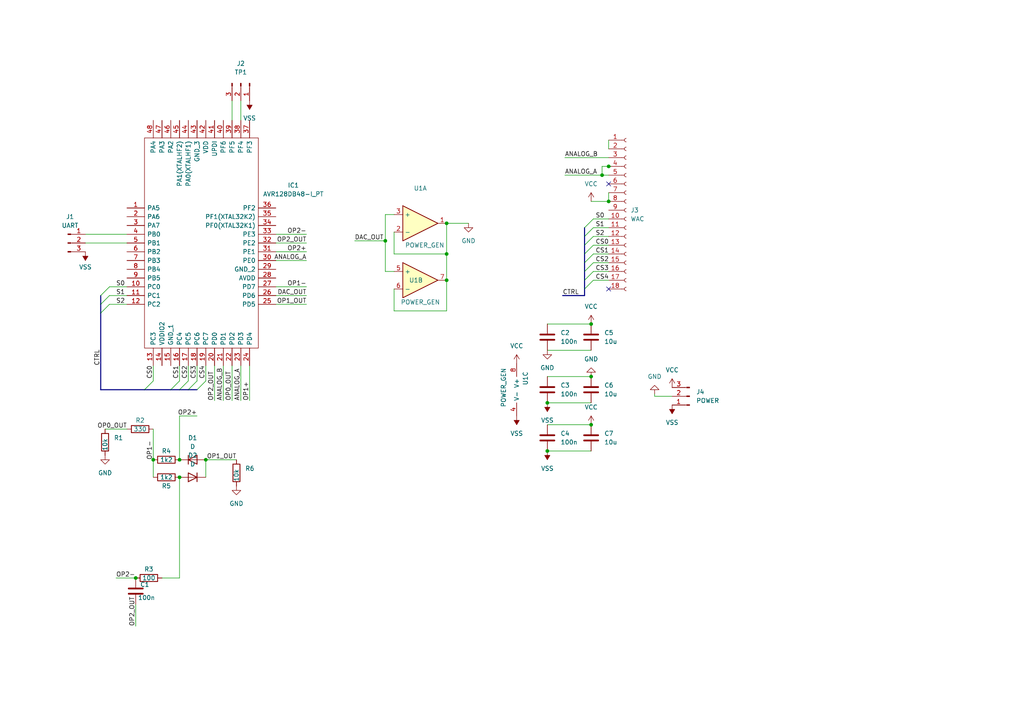
<source format=kicad_sch>
(kicad_sch (version 20211123) (generator eeschema)
  (paper "A4")
  (lib_symbols
    (symbol "AVR128DB48-I_PT:AVR128DB48-I_PT" (pin_names (offset 0.762))
      (property "Reference" "IC" (at 39.37 25.4 0))
      (property "Value" "AVR128DB48-I_PT" (at 39.37 22.86 0))
      (symbol "AVR128DB48-I_PT_0_0"
        (pin passive line (at 0 0 0) (length 5.08) (name "PA5") (number "1"))
        (pin passive line (at 0 -22.86 0) (length 5.08) (name "PC0") (number "10"))
        (pin passive line (at 0 -25.4 0) (length 5.08) (name "PC1") (number "11"))
        (pin passive line (at 0 -27.94 0) (length 5.08) (name "PC2") (number "12"))
        (pin passive line (at 7.62 -45.72 90) (length 5.08) (name "PC3") (number "13"))
        (pin passive line (at 10.16 -45.72 90) (length 5.08) (name "VDDIO2") (number "14"))
        (pin passive line (at 12.7 -45.72 90) (length 5.08) (name "GND_1") (number "15"))
        (pin passive line (at 15.24 -45.72 90) (length 5.08) (name "PC4") (number "16"))
        (pin passive line (at 17.78 -45.72 90) (length 5.08) (name "PC5") (number "17"))
        (pin passive line (at 20.32 -45.72 90) (length 5.08) (name "PC6") (number "18"))
        (pin passive line (at 22.86 -45.72 90) (length 5.08) (name "PC7") (number "19"))
        (pin passive line (at 0 -2.54 0) (length 5.08) (name "PA6") (number "2"))
        (pin passive line (at 25.4 -45.72 90) (length 5.08) (name "PD0") (number "20"))
        (pin passive line (at 27.94 -45.72 90) (length 5.08) (name "PD1") (number "21"))
        (pin passive line (at 30.48 -45.72 90) (length 5.08) (name "PD2") (number "22"))
        (pin passive line (at 33.02 -45.72 90) (length 5.08) (name "PD3") (number "23"))
        (pin passive line (at 35.56 -45.72 90) (length 5.08) (name "PD4") (number "24"))
        (pin passive line (at 43.18 -27.94 180) (length 5.08) (name "PD5") (number "25"))
        (pin passive line (at 43.18 -25.4 180) (length 5.08) (name "PD6") (number "26"))
        (pin passive line (at 43.18 -22.86 180) (length 5.08) (name "PD7") (number "27"))
        (pin passive line (at 43.18 -20.32 180) (length 5.08) (name "AVDD") (number "28"))
        (pin passive line (at 43.18 -17.78 180) (length 5.08) (name "GND_2") (number "29"))
        (pin passive line (at 0 -5.08 0) (length 5.08) (name "PA7") (number "3"))
        (pin passive line (at 43.18 -15.24 180) (length 5.08) (name "PE0") (number "30"))
        (pin passive line (at 43.18 -12.7 180) (length 5.08) (name "PE1") (number "31"))
        (pin passive line (at 43.18 -10.16 180) (length 5.08) (name "PE2") (number "32"))
        (pin passive line (at 43.18 -7.62 180) (length 5.08) (name "PE3") (number "33"))
        (pin passive line (at 43.18 -5.08 180) (length 5.08) (name "PF0(XTAL32K1)") (number "34"))
        (pin passive line (at 43.18 -2.54 180) (length 5.08) (name "PF1(XTAL32K2)") (number "35"))
        (pin passive line (at 43.18 0 180) (length 5.08) (name "PF2") (number "36"))
        (pin passive line (at 35.56 25.4 270) (length 5.08) (name "PF3") (number "37"))
        (pin passive line (at 33.02 25.4 270) (length 5.08) (name "PF4") (number "38"))
        (pin passive line (at 30.48 25.4 270) (length 5.08) (name "PF5") (number "39"))
        (pin passive line (at 0 -7.62 0) (length 5.08) (name "PB0") (number "4"))
        (pin passive line (at 27.94 25.4 270) (length 5.08) (name "PF6") (number "40"))
        (pin passive line (at 25.4 25.4 270) (length 5.08) (name "UPDI") (number "41"))
        (pin passive line (at 22.86 25.4 270) (length 5.08) (name "VDD") (number "42"))
        (pin passive line (at 20.32 25.4 270) (length 5.08) (name "GND_3") (number "43"))
        (pin passive line (at 17.78 25.4 270) (length 5.08) (name "PA0(XTALHF1)") (number "44"))
        (pin passive line (at 15.24 25.4 270) (length 5.08) (name "PA1(XTALHF2)") (number "45"))
        (pin passive line (at 12.7 25.4 270) (length 5.08) (name "PA2") (number "46"))
        (pin passive line (at 10.16 25.4 270) (length 5.08) (name "PA3") (number "47"))
        (pin passive line (at 7.62 25.4 270) (length 5.08) (name "PA4") (number "48"))
        (pin passive line (at 0 -10.16 0) (length 5.08) (name "PB1") (number "5"))
        (pin passive line (at 0 -12.7 0) (length 5.08) (name "PB2") (number "6"))
        (pin passive line (at 0 -15.24 0) (length 5.08) (name "PB3") (number "7"))
        (pin passive line (at 0 -17.78 0) (length 5.08) (name "PB4") (number "8"))
        (pin passive line (at 0 -20.32 0) (length 5.08) (name "PB5") (number "9"))
      )
      (symbol "AVR128DB48-I_PT_0_1"
        (polyline (pts (xy 5.08 20.32) (xy 38.1 20.32) (xy 38.1 -40.64) (xy 5.08 -40.64) (xy 5.08 20.32)) (stroke (width 0.1524)))
      )
    )
    (symbol "Connector:Conn_01x03_Male" (pin_names (offset 1.016) hide)
      (property "Reference" "J" (at 0 5.08 0))
      (property "Value" "Conn_01x03_Male" (at 0 -5.08 0))
      (symbol "Conn_01x03_Male_1_1"
        (polyline (pts (xy 1.27 -2.54) (xy 0.8636 -2.54)) (stroke (width 0.1524)))
        (polyline (pts (xy 1.27 0) (xy 0.8636 0)) (stroke (width 0.1524)))
        (polyline (pts (xy 1.27 2.54) (xy 0.8636 2.54)) (stroke (width 0.1524)))
        (rectangle (start 0.8636 -2.413) (end 0 -2.667) (stroke (width 0.1524)) (fill (type outline)))
        (rectangle (start 0.8636 0.127) (end 0 -0.127) (stroke (width 0.1524)) (fill (type outline)))
        (rectangle (start 0.8636 2.667) (end 0 2.413) (stroke (width 0.1524)) (fill (type outline)))
        (pin passive line (at 5.08 2.54 180) (length 3.81) (name "Pin_1") (number "1"))
        (pin passive line (at 5.08 0 180) (length 3.81) (name "Pin_2") (number "2"))
        (pin passive line (at 5.08 -2.54 180) (length 3.81) (name "Pin_3") (number "3"))
      )
    )
    (symbol "Connector:Conn_01x18_Female" (pin_names (offset 1.016) hide)
      (property "Reference" "J" (at 0 22.86 0))
      (property "Value" "Conn_01x18_Female" (at 0 -25.4 0))
      (symbol "Conn_01x18_Female_1_1"
        (arc (start 0 -22.352) (mid -0.508 -22.86) (end 0 -23.368) (stroke (width 0.1524)))
        (arc (start 0 -19.812) (mid -0.508 -20.32) (end 0 -20.828) (stroke (width 0.1524)))
        (arc (start 0 -17.272) (mid -0.508 -17.78) (end 0 -18.288) (stroke (width 0.1524)))
        (arc (start 0 -14.732) (mid -0.508 -15.24) (end 0 -15.748) (stroke (width 0.1524)))
        (arc (start 0 -12.192) (mid -0.508 -12.7) (end 0 -13.208) (stroke (width 0.1524)))
        (arc (start 0 -9.652) (mid -0.508 -10.16) (end 0 -10.668) (stroke (width 0.1524)))
        (arc (start 0 -7.112) (mid -0.508 -7.62) (end 0 -8.128) (stroke (width 0.1524)))
        (arc (start 0 -4.572) (mid -0.508 -5.08) (end 0 -5.588) (stroke (width 0.1524)))
        (arc (start 0 -2.032) (mid -0.508 -2.54) (end 0 -3.048) (stroke (width 0.1524)))
        (polyline (pts (xy -1.27 -22.86) (xy -0.508 -22.86)) (stroke (width 0.1524)))
        (polyline (pts (xy -1.27 -20.32) (xy -0.508 -20.32)) (stroke (width 0.1524)))
        (polyline (pts (xy -1.27 -17.78) (xy -0.508 -17.78)) (stroke (width 0.1524)))
        (polyline (pts (xy -1.27 -15.24) (xy -0.508 -15.24)) (stroke (width 0.1524)))
        (polyline (pts (xy -1.27 -12.7) (xy -0.508 -12.7)) (stroke (width 0.1524)))
        (polyline (pts (xy -1.27 -10.16) (xy -0.508 -10.16)) (stroke (width 0.1524)))
        (polyline (pts (xy -1.27 -7.62) (xy -0.508 -7.62)) (stroke (width 0.1524)))
        (polyline (pts (xy -1.27 -5.08) (xy -0.508 -5.08)) (stroke (width 0.1524)))
        (polyline (pts (xy -1.27 -2.54) (xy -0.508 -2.54)) (stroke (width 0.1524)))
        (polyline (pts (xy -1.27 0) (xy -0.508 0)) (stroke (width 0.1524)))
        (polyline (pts (xy -1.27 2.54) (xy -0.508 2.54)) (stroke (width 0.1524)))
        (polyline (pts (xy -1.27 5.08) (xy -0.508 5.08)) (stroke (width 0.1524)))
        (polyline (pts (xy -1.27 7.62) (xy -0.508 7.62)) (stroke (width 0.1524)))
        (polyline (pts (xy -1.27 10.16) (xy -0.508 10.16)) (stroke (width 0.1524)))
        (polyline (pts (xy -1.27 12.7) (xy -0.508 12.7)) (stroke (width 0.1524)))
        (polyline (pts (xy -1.27 15.24) (xy -0.508 15.24)) (stroke (width 0.1524)))
        (polyline (pts (xy -1.27 17.78) (xy -0.508 17.78)) (stroke (width 0.1524)))
        (polyline (pts (xy -1.27 20.32) (xy -0.508 20.32)) (stroke (width 0.1524)))
        (arc (start 0 0.508) (mid -0.508 0) (end 0 -0.508) (stroke (width 0.1524)))
        (arc (start 0 3.048) (mid -0.508 2.54) (end 0 2.032) (stroke (width 0.1524)))
        (arc (start 0 5.588) (mid -0.508 5.08) (end 0 4.572) (stroke (width 0.1524)))
        (arc (start 0 8.128) (mid -0.508 7.62) (end 0 7.112) (stroke (width 0.1524)))
        (arc (start 0 10.668) (mid -0.508 10.16) (end 0 9.652) (stroke (width 0.1524)))
        (arc (start 0 13.208) (mid -0.508 12.7) (end 0 12.192) (stroke (width 0.1524)))
        (arc (start 0 15.748) (mid -0.508 15.24) (end 0 14.732) (stroke (width 0.1524)))
        (arc (start 0 18.288) (mid -0.508 17.78) (end 0 17.272) (stroke (width 0.1524)))
        (arc (start 0 20.828) (mid -0.508 20.32) (end 0 19.812) (stroke (width 0.1524)))
        (pin passive line (at -5.08 20.32 0) (length 3.81) (name "Pin_1") (number "1"))
        (pin passive line (at -5.08 -2.54 0) (length 3.81) (name "Pin_10") (number "10"))
        (pin passive line (at -5.08 -5.08 0) (length 3.81) (name "Pin_11") (number "11"))
        (pin passive line (at -5.08 -7.62 0) (length 3.81) (name "Pin_12") (number "12"))
        (pin passive line (at -5.08 -10.16 0) (length 3.81) (name "Pin_13") (number "13"))
        (pin passive line (at -5.08 -12.7 0) (length 3.81) (name "Pin_14") (number "14"))
        (pin passive line (at -5.08 -15.24 0) (length 3.81) (name "Pin_15") (number "15"))
        (pin passive line (at -5.08 -17.78 0) (length 3.81) (name "Pin_16") (number "16"))
        (pin passive line (at -5.08 -20.32 0) (length 3.81) (name "Pin_17") (number "17"))
        (pin passive line (at -5.08 -22.86 0) (length 3.81) (name "Pin_18") (number "18"))
        (pin passive line (at -5.08 17.78 0) (length 3.81) (name "Pin_2") (number "2"))
        (pin passive line (at -5.08 15.24 0) (length 3.81) (name "Pin_3") (number "3"))
        (pin passive line (at -5.08 12.7 0) (length 3.81) (name "Pin_4") (number "4"))
        (pin passive line (at -5.08 10.16 0) (length 3.81) (name "Pin_5") (number "5"))
        (pin passive line (at -5.08 7.62 0) (length 3.81) (name "Pin_6") (number "6"))
        (pin passive line (at -5.08 5.08 0) (length 3.81) (name "Pin_7") (number "7"))
        (pin passive line (at -5.08 2.54 0) (length 3.81) (name "Pin_8") (number "8"))
        (pin passive line (at -5.08 0 0) (length 3.81) (name "Pin_9") (number "9"))
      )
    )
    (symbol "Device:C" (pin_numbers hide) (pin_names (offset 0.254))
      (property "Reference" "C" (at 0.635 2.54 0))
      (property "Value" "C" (at 0.635 -2.54 0))
      (symbol "C_0_1"
        (polyline (pts (xy -2.032 -0.762) (xy 2.032 -0.762)) (stroke (width 0.508)))
        (polyline (pts (xy -2.032 0.762) (xy 2.032 0.762)) (stroke (width 0.508)))
      )
      (symbol "C_1_1"
        (pin passive line (at 0 3.81 270) (length 2.794) (name "~") (number "1"))
        (pin passive line (at 0 -3.81 90) (length 2.794) (name "~") (number "2"))
      )
    )
    (symbol "Device:D" (pin_numbers hide) (pin_names (offset 1.016) hide)
      (property "Reference" "D" (at 0 2.54 0))
      (property "Value" "D" (at 0 -2.54 0))
      (symbol "D_0_1"
        (polyline (pts (xy -1.27 1.27) (xy -1.27 -1.27)) (stroke (width 0.254)))
        (polyline (pts (xy 1.27 0) (xy -1.27 0)))
        (polyline (pts (xy 1.27 1.27) (xy 1.27 -1.27) (xy -1.27 0) (xy 1.27 1.27)) (stroke (width 0.254)))
      )
      (symbol "D_1_1"
        (pin passive line (at -3.81 0 0) (length 2.54) (name "K") (number "1"))
        (pin passive line (at 3.81 0 180) (length 2.54) (name "A") (number "2"))
      )
    )
    (symbol "Device:Opamp_Dual"
      (property "Reference" "U" (at 0 5.08 0))
      (property "Value" "Opamp_Dual" (at 0 -5.08 0))
      (symbol "Opamp_Dual_1_1"
        (polyline (pts (xy -5.08 5.08) (xy 5.08 0) (xy -5.08 -5.08) (xy -5.08 5.08)) (stroke (width 0.254)) (fill (type background)))
        (pin output line (at 7.62 0 180) (length 2.54) (name "~") (number "1"))
        (pin input line (at -7.62 -2.54 0) (length 2.54) (name "-") (number "2"))
        (pin input line (at -7.62 2.54 0) (length 2.54) (name "+") (number "3"))
      )
      (symbol "Opamp_Dual_2_1"
        (polyline (pts (xy -5.08 5.08) (xy 5.08 0) (xy -5.08 -5.08) (xy -5.08 5.08)) (stroke (width 0.254)) (fill (type background)))
        (pin input line (at -7.62 2.54 0) (length 2.54) (name "+") (number "5"))
        (pin input line (at -7.62 -2.54 0) (length 2.54) (name "-") (number "6"))
        (pin output line (at 7.62 0 180) (length 2.54) (name "~") (number "7"))
      )
      (symbol "Opamp_Dual_3_1"
        (pin power_in line (at -2.54 -7.62 90) (length 3.81) (name "V-") (number "4"))
        (pin power_in line (at -2.54 7.62 270) (length 3.81) (name "V+") (number "8"))
      )
    )
    (symbol "Device:R" (pin_numbers hide) (pin_names (offset 0))
      (property "Reference" "R" (at 2.032 0 90))
      (property "Value" "R" (at 0 0 90))
      (symbol "R_0_1"
        (rectangle (start -1.016 -2.54) (end 1.016 2.54) (stroke (width 0.254)))
      )
      (symbol "R_1_1"
        (pin passive line (at 0 3.81 270) (length 1.27) (name "~") (number "1"))
        (pin passive line (at 0 -3.81 90) (length 1.27) (name "~") (number "2"))
      )
    )
    (symbol "power:GND" (power) (pin_names (offset 0))
      (property "Value" "GND" (at 0 -3.81 0))
      (symbol "GND_0_1"
        (polyline (pts (xy 0 0) (xy 0 -1.27) (xy 1.27 -1.27) (xy 0 -2.54) (xy -1.27 -1.27) (xy 0 -1.27)))
      )
      (symbol "GND_1_1"
        (pin power_in line (at 0 0 270) (length 0) hide (name "GND") (number "1"))
      )
    )
    (symbol "power:VCC" (power) (pin_names (offset 0))
      (property "Value" "VCC" (at 0 3.81 0))
      (symbol "VCC_0_1"
        (polyline (pts (xy -0.762 1.27) (xy 0 2.54)))
        (polyline (pts (xy 0 0) (xy 0 2.54)))
        (polyline (pts (xy 0 2.54) (xy 0.762 1.27)))
      )
      (symbol "VCC_1_1"
        (pin power_in line (at 0 0 90) (length 0) hide (name "VCC") (number "1"))
      )
    )
    (symbol "power:VSS" (power) (pin_names (offset 0))
      (property "Value" "VSS" (at 0 3.81 0))
      (symbol "VSS_0_1"
        (polyline (pts (xy 0 0) (xy 0 2.54)))
        (polyline (pts (xy 0.762 1.27) (xy -0.762 1.27) (xy 0 2.54) (xy 0.762 1.27)) (fill (type outline)))
      )
      (symbol "VSS_1_1"
        (pin power_in line (at 0 0 90) (length 0) hide (name "VSS") (number "1"))
      )
    )
  )
  (junction (at 44.45 133.35))
  (junction (at 52.07 133.35))
  (junction (at 171.45 109.22))
  (junction (at 129.54 64.77))
  (junction (at 171.45 123.19))
  (junction (at 39.37 167.64))
  (junction (at 174.625 50.8))
  (junction (at 171.45 93.98))
  (junction (at 52.07 138.43))
  (junction (at 158.75 116.84))
  (junction (at 129.54 81.28))
  (junction (at 59.69 133.35))
  (junction (at 111.76 69.85))
  (junction (at 129.54 73.66))
  (junction (at 158.75 130.81))
  (junction (at 176.53 48.26))
  (junction (at 176.53 58.42))
  (no_connect (at 176.53 53.34))
  (no_connect (at 176.53 83.82))
  (bus_entry (at 169.545 83.82) (size 2.54 -2.54))
  (bus_entry (at 169.545 66.04) (size 2.54 -2.54))
  (bus_entry (at 169.545 71.12) (size 2.54 -2.54))
  (bus_entry (at 169.545 73.66) (size 2.54 -2.54))
  (bus_entry (at 169.545 68.58) (size 2.54 -2.54))
  (bus_entry (at 169.545 76.2) (size 2.54 -2.54))
  (bus_entry (at 169.545 78.74) (size 2.54 -2.54))
  (bus_entry (at 29.21 90.805) (size 2.54 -2.54))
  (bus_entry (at 29.21 88.265) (size 2.54 -2.54))
  (bus_entry (at 29.21 85.725) (size 2.54 -2.54))
  (bus_entry (at 57.15 113.03) (size 2.54 -2.54))
  (bus_entry (at 52.07 113.03) (size 2.54 -2.54))
  (bus_entry (at 54.61 113.03) (size 2.54 -2.54))
  (bus_entry (at 49.53 113.03) (size 2.54 -2.54))
  (bus_entry (at 41.91 113.03) (size 2.54 -2.54))
  (bus_entry (at 169.545 81.28) (size 2.54 -2.54))
  (bus (pts (xy 29.21 85.725) (xy 29.21 88.265)))
  (wire (pts (xy 30.48 124.46) (xy 36.83 124.46)))
  (wire (pts (xy 114.3 83.82) (xy 114.3 90.17)))
  (wire (pts (xy 111.76 78.74) (xy 114.3 78.74)))
  (wire (pts (xy 44.45 124.46) (xy 44.45 133.35)))
  (wire (pts (xy 114.3 62.23) (xy 111.76 62.23)))
  (wire (pts (xy 194.945 114.935) (xy 189.865 114.935)))
  (wire (pts (xy 158.75 123.19) (xy 171.45 123.19)))
  (bus (pts (xy 169.545 73.66) (xy 169.545 76.2)))
  (wire (pts (xy 59.69 106.045) (xy 59.69 110.49)))
  (wire (pts (xy 62.23 106.045) (xy 62.23 116.205)))
  (wire (pts (xy 59.69 133.35) (xy 59.69 138.43)))
  (wire (pts (xy 129.54 64.77) (xy 129.54 73.66)))
  (bus (pts (xy 52.07 113.03) (xy 54.61 113.03)))
  (wire (pts (xy 24.765 67.945) (xy 36.83 67.945)))
  (wire (pts (xy 176.53 40.64) (xy 176.53 43.18)))
  (bus (pts (xy 169.545 83.82) (xy 169.545 85.725)))
  (wire (pts (xy 64.77 106.045) (xy 64.77 116.205)))
  (wire (pts (xy 172.085 63.5) (xy 176.53 63.5)))
  (wire (pts (xy 59.69 133.35) (xy 68.58 133.35)))
  (wire (pts (xy 52.07 120.65) (xy 57.15 120.65)))
  (wire (pts (xy 67.31 29.21) (xy 67.31 34.925)))
  (wire (pts (xy 31.75 85.725) (xy 36.83 85.725)))
  (wire (pts (xy 129.54 73.66) (xy 114.3 73.66)))
  (wire (pts (xy 57.15 106.045) (xy 57.15 110.49)))
  (wire (pts (xy 172.085 68.58) (xy 176.53 68.58)))
  (wire (pts (xy 111.76 69.85) (xy 111.76 78.74)))
  (wire (pts (xy 172.085 78.74) (xy 176.53 78.74)))
  (wire (pts (xy 69.85 106.045) (xy 69.85 116.205)))
  (wire (pts (xy 33.655 167.64) (xy 39.37 167.64)))
  (wire (pts (xy 176.53 55.88) (xy 176.53 58.42)))
  (wire (pts (xy 163.83 45.72) (xy 176.53 45.72)))
  (bus (pts (xy 163.195 85.725) (xy 169.545 85.725)))
  (wire (pts (xy 24.765 70.485) (xy 36.83 70.485)))
  (wire (pts (xy 189.865 114.935) (xy 189.865 114.3)))
  (wire (pts (xy 129.54 64.77) (xy 135.89 64.77)))
  (bus (pts (xy 41.91 113.03) (xy 49.53 113.03)))
  (wire (pts (xy 67.31 106.045) (xy 67.31 116.205)))
  (bus (pts (xy 169.545 68.58) (xy 169.545 71.12)))
  (wire (pts (xy 172.085 66.04) (xy 176.53 66.04)))
  (wire (pts (xy 69.85 29.21) (xy 69.85 34.925)))
  (wire (pts (xy 172.085 71.12) (xy 176.53 71.12)))
  (bus (pts (xy 169.545 76.2) (xy 169.545 78.74)))
  (bus (pts (xy 29.21 88.265) (xy 29.21 90.805)))
  (wire (pts (xy 174.625 48.26) (xy 174.625 50.8)))
  (bus (pts (xy 169.545 71.12) (xy 169.545 73.66)))
  (bus (pts (xy 29.21 90.805) (xy 29.21 113.03)))
  (wire (pts (xy 177.165 48.26) (xy 176.53 48.26)))
  (wire (pts (xy 129.54 73.66) (xy 129.54 81.28)))
  (wire (pts (xy 176.53 58.42) (xy 171.45 58.42)))
  (wire (pts (xy 44.45 133.35) (xy 44.45 138.43)))
  (wire (pts (xy 44.45 106.045) (xy 44.45 110.49)))
  (wire (pts (xy 54.61 106.045) (xy 54.61 110.49)))
  (wire (pts (xy 114.3 90.17) (xy 129.54 90.17)))
  (wire (pts (xy 80.01 67.945) (xy 88.9 67.945)))
  (wire (pts (xy 102.87 69.85) (xy 111.76 69.85)))
  (wire (pts (xy 31.75 88.265) (xy 36.83 88.265)))
  (wire (pts (xy 80.01 75.565) (xy 88.9 75.565)))
  (wire (pts (xy 172.085 81.28) (xy 176.53 81.28)))
  (wire (pts (xy 158.75 101.6) (xy 171.45 101.6)))
  (wire (pts (xy 72.39 106.045) (xy 72.39 116.205)))
  (bus (pts (xy 29.21 113.03) (xy 41.91 113.03)))
  (wire (pts (xy 52.07 133.35) (xy 52.07 120.65)))
  (wire (pts (xy 46.99 167.64) (xy 52.07 167.64)))
  (wire (pts (xy 129.54 90.17) (xy 129.54 81.28)))
  (wire (pts (xy 80.01 88.265) (xy 88.9 88.265)))
  (wire (pts (xy 80.01 70.485) (xy 88.9 70.485)))
  (wire (pts (xy 158.75 130.81) (xy 171.45 130.81)))
  (wire (pts (xy 114.3 73.66) (xy 114.3 67.31)))
  (bus (pts (xy 49.53 113.03) (xy 52.07 113.03)))
  (wire (pts (xy 111.76 62.23) (xy 111.76 69.85)))
  (bus (pts (xy 169.545 66.04) (xy 169.545 68.58)))
  (wire (pts (xy 31.75 83.185) (xy 36.83 83.185)))
  (wire (pts (xy 176.53 48.26) (xy 174.625 48.26)))
  (wire (pts (xy 158.75 109.22) (xy 171.45 109.22)))
  (bus (pts (xy 169.545 81.28) (xy 169.545 83.82)))
  (wire (pts (xy 80.01 73.025) (xy 88.9 73.025)))
  (bus (pts (xy 169.545 78.74) (xy 169.545 81.28)))
  (wire (pts (xy 158.75 116.84) (xy 171.45 116.84)))
  (wire (pts (xy 172.085 73.66) (xy 176.53 73.66)))
  (bus (pts (xy 54.61 113.03) (xy 57.15 113.03)))
  (wire (pts (xy 172.085 76.2) (xy 176.53 76.2)))
  (wire (pts (xy 39.37 175.26) (xy 39.37 181.61)))
  (wire (pts (xy 52.07 106.045) (xy 52.07 110.49)))
  (wire (pts (xy 52.07 138.43) (xy 52.07 167.64)))
  (wire (pts (xy 174.625 50.8) (xy 176.53 50.8)))
  (wire (pts (xy 80.01 83.185) (xy 88.9 83.185)))
  (wire (pts (xy 163.83 50.8) (xy 174.625 50.8)))
  (wire (pts (xy 80.01 85.725) (xy 88.9 85.725)))
  (wire (pts (xy 158.75 93.98) (xy 171.45 93.98)))
  (label "S1" (at 172.72 66.04 0))
  (label "CS4" (at 172.72 81.28 0))
  (label "CS1" (at 172.72 73.66 0))
  (label "OP2-" (at 33.655 167.64 0))
  (label "OP2+" (at 57.15 120.65 180))
  (label "CS0" (at 44.45 109.855 90))
  (label "OP1-" (at 44.45 133.35 90))
  (label "OP1-" (at 88.9 83.185 180))
  (label "ANALOG_A" (at 69.85 116.205 90))
  (label "CS0" (at 172.72 71.12 0))
  (label "S2" (at 172.72 68.58 0))
  (label "CS3" (at 57.15 109.855 90))
  (label "OP0_OUT" (at 36.83 124.46 180))
  (label "S2" (at 33.655 88.265 0))
  (label "ANALOG_A" (at 88.9 75.565 180))
  (label "CTRL" (at 163.195 85.725 0))
  (label "OP2_OUT" (at 39.37 181.61 90))
  (label "S0" (at 172.72 63.5 0))
  (label "DAC_OUT" (at 88.9 85.725 180))
  (label "DAC_OUT" (at 102.87 69.85 0))
  (label "ANALOG_B" (at 64.77 116.205 90))
  (label "ANALOG_A" (at 163.83 50.8 0))
  (label "OP2_OUT" (at 62.23 116.205 90))
  (label "CS1" (at 52.07 109.855 90))
  (label "OP1+" (at 72.39 116.205 90))
  (label "S0" (at 33.655 83.185 0))
  (label "CS3" (at 172.72 78.74 0))
  (label "OP0_OUT" (at 67.31 116.205 90))
  (label "OP2_OUT" (at 88.9 70.485 180))
  (label "OP1_OUT" (at 68.58 133.35 180))
  (label "OP2-" (at 88.9 67.945 180))
  (label "OP2+" (at 88.9 73.025 180))
  (label "CS2" (at 172.72 76.2 0))
  (label "CTRL" (at 29.21 106.045 90))
  (label "OP1_OUT" (at 88.9 88.265 180))
  (label "CS2" (at 54.61 109.855 90))
  (label "ANALOG_B" (at 163.83 45.72 0))
  (label "S1" (at 33.655 85.725 0))
  (label "CS4" (at 59.69 109.855 90))
  (symbol (lib_id "Device:C") (at 39.37 171.45 0) (unit 1)
    (property "Reference" "C1" (at 40.64 169.545 0) (effects (justify left)))
    (property "Value" "100n" (at 40.005 173.355 0) (effects (justify left)))
    (property "Footprint" "Capacitor_SMD:C_0603_1608Metric_Pad1.08x0.95mm_HandSolder" (effects hide))
  )
  (symbol (lib_id "Device:Opamp_Dual") (at 152.4 113.03 0) (unit 3)
    (property "Reference" "U1" (at 152.4 111.76 90) (effects (justify left)))
    (property "Value" "POWER_GEN" (at 146.05 118.11 90) (effects (justify left)))
    (property "Footprint" "Package_SO:SOIC-8_3.9x4.9mm_P1.27mm" (effects hide))
  )
  (symbol (lib_id "power:GND") (at 68.58 140.97 0) (unit 1)
    (property "Reference" "#PWR03" (effects hide))
    (property "Value" "GND" (at 68.58 146.05 0))
  )
  (symbol (lib_id "Device:D") (at 55.88 133.35 0) (unit 1)
    (property "Reference" "D1" (at 55.88 127 0))
    (property "Value" "D" (at 55.88 129.54 0))
  )
  (symbol (lib_id "AVR128DB48-I_PT:AVR128DB48-I_PT") (at 36.83 60.325 0) (unit 1)
    (property "Reference" "IC1" (at 85.09 53.7462 0))
    (property "Value" "AVR128DB48-I_PT" (at 85.09 56.2862 0))
    (property "Footprint" "QFP50P900X900X120-48N" (effects hide))
    (property "Datasheet" "https://ww1.microchip.com/downloads/en/DeviceDoc/AVR128DB28-32-48-64-DataSheet-DS40002247A.pdf" (effects hide))
    (property "Description" "8-bit Microcontrollers - MCU 128KB, TQFP48, 85C, 24MHz, 12b ADC, Comp, Opamp, MVIO, ZCD, DAC, UART, SPI, TWI" (effects hide))
    (property "Height" "1.2" (effects hide))
    (property "Manufacturer_Name" "Microchip" (effects hide))
    (property "Manufacturer_Part_Number" "AVR128DB48-I/PT" (effects hide))
    (property "Mouser Part Number" "579-AVR128DB48-I/PT" (effects hide))
    (property "Mouser Price/Stock" "https://www.mouser.co.uk/ProductDetail/Microchip-Technology/AVR128DB48-I-PT?qs=vmHwEFxEFR8J6TEwJS0Zlw%3D%3D" (effects hide))
    (property "Arrow Part Number" "AVR128DB48-I/PT" (effects hide))
    (property "Arrow Price/Stock" "https://www.arrow.com/en/products/avr128db48-ipt/microchip-technology?region=nac" (effects hide))
  )
  (symbol (lib_id "Device:R") (at 68.58 137.16 180) (unit 1)
    (property "Reference" "R6" (at 71.12 135.8899 0) (effects (justify right)))
    (property "Value" "10k" (at 68.58 139.7 90) (effects (justify right)))
    (property "Footprint" "Resistor_SMD:R_0603_1608Metric_Pad0.98x0.95mm_HandSolder" (effects hide))
  )
  (symbol (lib_id "Connector:Conn_01x03_Male") (at 19.685 70.485 0) (unit 1)
    (property "Reference" "J1" (at 20.32 62.865 0))
    (property "Value" "UART" (at 20.32 65.405 0))
    (property "Footprint" "Connector_PinHeader_2.54mm:PinHeader_1x03_P2.54mm_Vertical" (effects hide))
  )
  (symbol (lib_id "power:VSS") (at 158.75 116.84 180) (unit 1)
    (property "Reference" "#PWR09" (effects hide))
    (property "Value" "VSS" (at 158.75 121.92 0))
  )
  (symbol (lib_id "power:VCC") (at 149.86 105.41 0) (unit 1)
    (property "Reference" "#PWR06" (effects hide))
    (property "Value" "VCC" (at 149.86 100.33 0))
  )
  (symbol (lib_id "Device:R") (at 48.26 138.43 90) (unit 1)
    (property "Reference" "R5" (at 48.26 140.97 90))
    (property "Value" "1k2" (at 48.26 138.43 90))
    (property "Footprint" "Resistor_SMD:R_0603_1608Metric_Pad0.98x0.95mm_HandSolder" (effects hide))
  )
  (symbol (lib_id "power:GND") (at 135.89 64.77 0) (unit 1)
    (property "Reference" "#PWR05" (effects hide))
    (property "Value" "GND" (at 135.89 69.85 0))
  )
  (symbol (lib_id "Connector:Conn_01x03_Male") (at 200.025 114.935 180) (unit 1)
    (property "Reference" "J4" (at 201.93 113.6649 0) (effects (justify right)))
    (property "Value" "POWER" (at 201.93 116.2049 0) (effects (justify right)))
    (property "Footprint" "Connector_PinHeader_2.54mm:PinHeader_1x03_P2.54mm_Vertical" (effects hide))
  )
  (symbol (lib_id "Device:R") (at 43.18 167.64 90) (unit 1)
    (property "Reference" "R3" (at 43.18 165.1 90))
    (property "Value" "100" (at 43.18 167.64 90))
    (property "Footprint" "Resistor_SMD:R_0603_1608Metric_Pad0.98x0.95mm_HandSolder" (effects hide))
  )
  (symbol (lib_id "Device:C") (at 158.75 97.79 0) (unit 1)
    (property "Reference" "C2" (at 162.56 96.5199 0) (effects (justify left)))
    (property "Value" "100n" (at 162.56 99.0599 0) (effects (justify left)))
    (property "Footprint" "Capacitor_SMD:C_0603_1608Metric_Pad1.08x0.95mm_HandSolder" (effects hide))
  )
  (symbol (lib_id "Device:R") (at 40.64 124.46 90) (unit 1)
    (property "Reference" "R2" (at 40.64 121.92 90))
    (property "Value" "330" (at 40.64 124.46 90))
    (property "Footprint" "Resistor_SMD:R_0603_1608Metric_Pad0.98x0.95mm_HandSolder" (effects hide))
  )
  (symbol (lib_id "Device:R") (at 30.48 128.27 180) (unit 1)
    (property "Reference" "R1" (at 33.02 126.9999 0) (effects (justify right)))
    (property "Value" "10k" (at 30.48 130.81 90) (effects (justify right)))
    (property "Footprint" "Resistor_SMD:R_0603_1608Metric_Pad0.98x0.95mm_HandSolder" (effects hide))
  )
  (symbol (lib_id "Device:C") (at 171.45 97.79 0) (unit 1)
    (property "Reference" "C5" (at 175.26 96.5199 0) (effects (justify left)))
    (property "Value" "10u" (at 175.26 99.0599 0) (effects (justify left)))
  )
  (symbol (lib_id "Device:Opamp_Dual") (at 121.92 81.28 0) (unit 2)
    (property "Reference" "U1" (at 120.65 81.28 0))
    (property "Value" "POWER_GEN" (at 121.92 87.63 0))
    (property "Footprint" "Package_SO:SOIC-8_3.9x4.9mm_P1.27mm" (effects hide))
  )
  (symbol (lib_id "power:VCC") (at 171.45 58.42 0) (unit 1)
    (property "Reference" "#PWR011" (effects hide))
    (property "Value" "VCC" (at 171.45 53.34 0))
  )
  (symbol (lib_id "power:GND") (at 189.865 114.3 180) (unit 1)
    (property "Reference" "#PWR015" (effects hide))
    (property "Value" "GND" (at 189.865 109.22 0))
  )
  (symbol (lib_id "Device:C") (at 158.75 113.03 0) (unit 1)
    (property "Reference" "C3" (at 162.56 111.7599 0) (effects (justify left)))
    (property "Value" "100n" (at 162.56 114.2999 0) (effects (justify left)))
    (property "Footprint" "Capacitor_SMD:C_0603_1608Metric_Pad1.08x0.95mm_HandSolder" (effects hide))
  )
  (symbol (lib_id "power:GND") (at 158.75 101.6 0) (unit 1)
    (property "Reference" "#PWR08" (effects hide))
    (property "Value" "GND" (at 158.75 106.68 0))
  )
  (symbol (lib_id "Connector:Conn_01x03_Male") (at 69.85 24.13 270) (unit 1)
    (property "Reference" "J2" (at 69.85 18.415 90))
    (property "Value" "TP1" (at 69.85 20.955 90))
    (property "Footprint" "Connector_PinHeader_2.54mm:PinHeader_1x03_P2.54mm_Vertical" (effects hide))
  )
  (symbol (lib_id "Device:D") (at 55.88 138.43 180) (unit 1)
    (property "Reference" "D2" (at 55.88 132.08 0))
    (property "Value" "D" (at 55.88 134.62 0))
  )
  (symbol (lib_id "power:VSS") (at 194.945 117.475 180) (unit 1)
    (property "Reference" "#PWR017" (effects hide))
    (property "Value" "VSS" (at 194.945 122.555 0))
  )
  (symbol (lib_id "power:VSS") (at 149.86 120.65 180) (unit 1)
    (property "Reference" "#PWR07" (effects hide))
    (property "Value" "VSS" (at 149.86 125.73 0))
  )
  (symbol (lib_id "power:VCC") (at 194.945 112.395 0) (unit 1)
    (property "Reference" "#PWR016" (effects hide))
    (property "Value" "VCC" (at 194.945 107.315 0))
  )
  (symbol (lib_id "power:VCC") (at 171.45 93.98 0) (unit 1)
    (property "Reference" "#PWR012" (effects hide))
    (property "Value" "VCC" (at 171.45 88.9 0))
  )
  (symbol (lib_id "Device:C") (at 171.45 113.03 0) (unit 1)
    (property "Reference" "C6" (at 175.26 111.7599 0) (effects (justify left)))
    (property "Value" "10u" (at 175.26 114.2999 0) (effects (justify left)))
  )
  (symbol (lib_id "power:GND") (at 171.45 109.22 180) (unit 1)
    (property "Reference" "#PWR013" (effects hide))
    (property "Value" "GND" (at 171.45 104.14 0))
  )
  (symbol (lib_id "Device:C") (at 171.45 127 0) (unit 1)
    (property "Reference" "C7" (at 175.26 125.7299 0) (effects (justify left)))
    (property "Value" "10u" (at 175.26 128.2699 0) (effects (justify left)))
  )
  (symbol (lib_id "power:GND") (at 30.48 132.08 0) (unit 1)
    (property "Reference" "#PWR02" (effects hide))
    (property "Value" "GND" (at 30.48 137.16 0))
  )
  (symbol (lib_id "Connector:Conn_01x18_Female") (at 181.61 60.96 0) (unit 1)
    (property "Reference" "J3" (at 182.88 60.9599 0) (effects (justify left)))
    (property "Value" "WAC" (at 182.88 63.4999 0) (effects (justify left)))
    (property "Footprint" "Connector_PinHeader_2.54mm:PinHeader_1x18_P2.54mm_Vertical" (effects hide))
  )
  (symbol (lib_id "power:VCC") (at 171.45 123.19 0) (unit 1)
    (property "Reference" "#PWR014" (effects hide))
    (property "Value" "VCC" (at 171.45 118.11 0))
  )
  (symbol (lib_id "Device:Opamp_Dual") (at 121.92 64.77 0) (unit 1)
    (property "Reference" "U1" (at 121.92 54.61 0))
    (property "Value" "POWER_GEN" (at 123.19 71.12 0))
    (property "Footprint" "Package_SO:SOIC-8_3.9x4.9mm_P1.27mm" (effects hide))
  )
  (symbol (lib_id "power:VSS") (at 72.39 29.21 180) (unit 1)
    (property "Reference" "#PWR04" (effects hide))
    (property "Value" "VSS" (at 72.39 34.29 0))
  )
  (symbol (lib_id "power:VSS") (at 24.765 73.025 180) (unit 1)
    (property "Reference" "#PWR01" (effects hide))
    (property "Value" "VSS" (at 24.765 77.47 0))
  )
  (symbol (lib_id "Device:R") (at 48.26 133.35 90) (unit 1)
    (property "Reference" "R4" (at 48.26 130.81 90))
    (property "Value" "1k2" (at 48.26 133.35 90))
    (property "Footprint" "Resistor_SMD:R_0603_1608Metric_Pad0.98x0.95mm_HandSolder" (effects hide))
  )
  (symbol (lib_id "power:VSS") (at 158.75 130.81 180) (unit 1)
    (property "Reference" "#PWR010" (effects hide))
    (property "Value" "VSS" (at 158.75 135.89 0))
  )
  (symbol (lib_id "Device:C") (at 158.75 127 0) (unit 1)
    (property "Reference" "C4" (at 162.56 125.7299 0) (effects (justify left)))
    (property "Value" "100n" (at 162.56 128.2699 0) (effects (justify left)))
    (property "Footprint" "Capacitor_SMD:C_0603_1608Metric_Pad1.08x0.95mm_HandSolder" (effects hide))
  )
)
</source>
